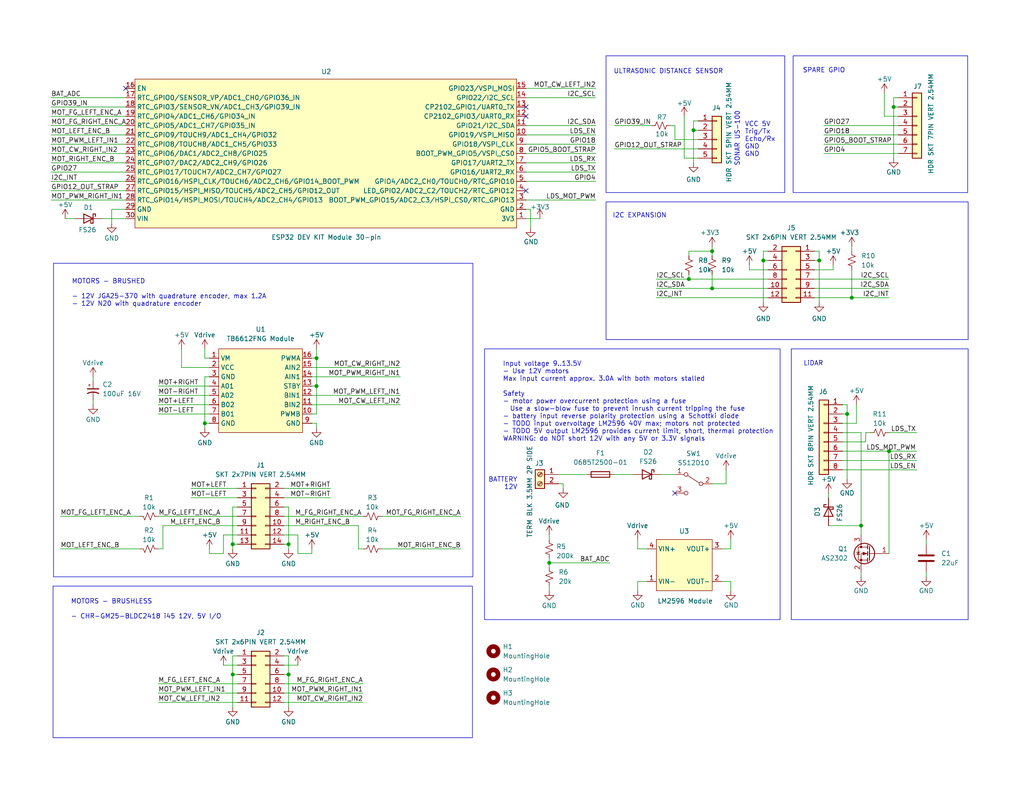
<source format=kicad_sch>
(kicad_sch (version 20230121) (generator eeschema)
  (paper "USLetter")
  (title_block (title "ESP32 Combined") (date "2024-03-29") (rev "0.1.0") (company "makerspet.com"))
  (lib_symbols
    (symbol "Device:C" (pin_numbers hide) (pin_names (offset 0.254))
      (property "Reference" "C" (at 0.635 2.54 0))
      (property "Value" "C" (at 0.635 -2.54 0))
      (symbol "C_1_1"
        (pin passive line (at 0 3.81 270) (length 2.794) (name "~") (number "1"))
        (pin passive line (at 0 -3.81 90) (length 2.794) (name "~") (number "2"))
      )
    )
    (symbol "Device:C_Polarized_Small_US" (pin_numbers hide) (pin_names (offset 0.254) hide)
      (property "Reference" "C" (at 0.254 1.778 0))
      (property "Value" "C_Polarized_Small_US" (at 0.254 -2.032 0))
      (symbol "C_Polarized_Small_US_1_1"
        (pin passive line (at 0 2.54 270) (length 2.032) (name "~") (number "1"))
        (pin passive line (at 0 -2.54 90) (length 2.032) (name "~") (number "2"))
      )
    )
    (symbol "Device:D_Schottky" (pin_numbers hide) (pin_names (offset 1.016) hide)
      (property "Reference" "D" (at 0 2.54 0))
      (property "Value" "D_Schottky" (at 0 -2.54 0))
      (symbol "D_Schottky_1_1"
        (pin passive line (at -3.81 0 0) (length 2.54) (name "K") (number "1"))
        (pin passive line (at 3.81 0 180) (length 2.54) (name "A") (number "2"))
      )
    )
    (symbol "Device:Fuse" (pin_numbers hide) (pin_names (offset 0))
      (property "Reference" "F" (at 2.032 0 90))
      (property "Value" "Fuse" (at -1.905 0 90))
      (symbol "Fuse_1_1"
        (pin passive line (at 0 3.81 270) (length 1.27) (name "~") (number "1"))
        (pin passive line (at 0 -3.81 90) (length 1.27) (name "~") (number "2"))
      )
    )
    (symbol "Device:R_Small_US" (pin_numbers hide) (pin_names (offset 0.254) hide)
      (property "Reference" "R" (at 0.762 0.508 0))
      (property "Value" "R_Small_US" (at 0.762 -1.016 0))
      (symbol "R_Small_US_1_1"
        (pin passive line (at 0 2.54 270) (length 1.016) (name "~") (number "1"))
        (pin passive line (at 0 -2.54 90) (length 1.016) (name "~") (number "2"))
      )
    )
    (symbol "Makerspet:Conn_01x05_Key2" (pin_names (offset 1.016) hide)
      (property "Reference" "J" (at 0 7.62 0))
      (property "Value" "Conn_01x05_Key2" (at 0 -7.62 0))
      (symbol "Conn_01x05_Key2_1_1"
        (pin passive line (at -5.08 5.08 0) (length 3.81) (name "Pin_1") (number "1"))
        (pin passive line (at -5.08 2.54 0) (length 3.81) (name "Pin_2") (number "2"))
        (pin passive line (at -5.08 0 0) (length 3.81) (name "Pin_3") (number "3"))
        (pin passive line (at -5.08 -2.54 0) (length 3.81) (name "Pin_4") (number "4"))
        (pin passive line (at -5.08 -5.08 0) (length 3.81) (name "Pin_5") (number "5"))
      )
    )
    (symbol "Makerspet:Conn_01x07_Key2" (pin_names (offset 1.016) hide)
      (property "Reference" "J" (at 0 10.16 0))
      (property "Value" "Conn_01x07_Key2" (at 0 -10.16 0))
      (symbol "Conn_01x07_Key2_1_1"
        (pin passive line (at -5.08 7.62 0) (length 3.81) (name "Pin_1") (number "1"))
        (pin passive line (at -5.08 5.08 0) (length 3.81) (name "Pin_2") (number "2"))
        (pin passive line (at -5.08 2.54 0) (length 3.81) (name "Pin_3") (number "3"))
        (pin passive line (at -5.08 0 0) (length 3.81) (name "Pin_4") (number "4"))
        (pin passive line (at -5.08 -2.54 0) (length 3.81) (name "Pin_5") (number "5"))
        (pin passive line (at -5.08 -5.08 0) (length 3.81) (name "Pin_6") (number "6"))
        (pin passive line (at -5.08 -7.62 0) (length 3.81) (name "Pin_7") (number "7"))
      )
    )
    (symbol "Makerspet:Conn_01x08_Key2" (pin_names (offset 1.016) hide)
      (property "Reference" "J" (at 0 10.16 0))
      (property "Value" "Conn_01x08_Key2" (at 0 -12.7 0))
      (symbol "Conn_01x08_Key2_1_1"
        (pin passive line (at -5.08 7.62 0) (length 3.81) (name "Pin_1") (number "1"))
        (pin passive line (at -5.08 5.08 0) (length 3.81) (name "Pin_2") (number "2"))
        (pin passive line (at -5.08 2.54 0) (length 3.81) (name "Pin_3") (number "3"))
        (pin passive line (at -5.08 0 0) (length 3.81) (name "Pin_4") (number "4"))
        (pin passive line (at -5.08 -2.54 0) (length 3.81) (name "Pin_5") (number "5"))
        (pin passive line (at -5.08 -5.08 0) (length 3.81) (name "Pin_6") (number "6"))
        (pin passive line (at -5.08 -7.62 0) (length 3.81) (name "Pin_7") (number "7"))
        (pin passive line (at -5.08 -10.16 0) (length 3.81) (name "Pin_8") (number "8"))
      )
    )
    (symbol "Makerspet:Conn_02x06_Odd_Even_Key2" (pin_names (offset 1.016) hide)
      (property "Reference" "J" (at 1.27 7.62 0))
      (property "Value" "Conn_02x06_Odd_Even_Key2" (at 1.27 -10.16 0))
      (symbol "Conn_02x06_Odd_Even_Key2_1_1"
        (pin passive line (at -5.08 5.08 0) (length 3.81) (name "Pin_1") (number "1"))
        (pin passive line (at 7.62 -5.08 180) (length 3.81) (name "Pin_10") (number "10"))
        (pin passive line (at -5.08 -7.62 0) (length 3.81) (name "Pin_11") (number "11"))
        (pin passive line (at 7.62 -7.62 180) (length 3.81) (name "Pin_12") (number "12"))
        (pin passive line (at 7.62 5.08 180) (length 3.81) (name "Pin_2") (number "2"))
        (pin passive line (at -5.08 2.54 0) (length 3.81) (name "Pin_3") (number "3"))
        (pin passive line (at 7.62 2.54 180) (length 3.81) (name "Pin_4") (number "4"))
        (pin passive line (at -5.08 0 0) (length 3.81) (name "Pin_5") (number "5"))
        (pin passive line (at 7.62 0 180) (length 3.81) (name "Pin_6") (number "6"))
        (pin passive line (at -5.08 -2.54 0) (length 3.81) (name "Pin_7") (number "7"))
        (pin passive line (at 7.62 -2.54 180) (length 3.81) (name "Pin_8") (number "8"))
        (pin passive line (at -5.08 -5.08 0) (length 3.81) (name "Pin_9") (number "9"))
      )
    )
    (symbol "Makerspet:Conn_02x06_Odd_Even_Key3" (pin_names (offset 1.016) hide)
      (property "Reference" "J" (at 1.27 7.62 0))
      (property "Value" "Conn_02x06_Odd_Even_Key3" (at 1.27 -10.16 0))
      (symbol "Conn_02x06_Odd_Even_Key3_1_1"
        (pin passive line (at -5.08 5.08 0) (length 3.81) (name "Pin_1") (number "1"))
        (pin passive line (at 7.62 -5.08 180) (length 3.81) (name "Pin_10") (number "10"))
        (pin passive line (at -5.08 -7.62 0) (length 3.81) (name "Pin_11") (number "11"))
        (pin passive line (at 7.62 -7.62 180) (length 3.81) (name "Pin_12") (number "12"))
        (pin passive line (at 7.62 5.08 180) (length 3.81) (name "Pin_2") (number "2"))
        (pin passive line (at -5.08 2.54 0) (length 3.81) (name "Pin_3") (number "3"))
        (pin passive line (at 7.62 2.54 180) (length 3.81) (name "Pin_4") (number "4"))
        (pin passive line (at -5.08 0 0) (length 3.81) (name "Pin_5") (number "5"))
        (pin passive line (at 7.62 0 180) (length 3.81) (name "Pin_6") (number "6"))
        (pin passive line (at -5.08 -2.54 0) (length 3.81) (name "Pin_7") (number "7"))
        (pin passive line (at 7.62 -2.54 180) (length 3.81) (name "Pin_8") (number "8"))
        (pin passive line (at -5.08 -5.08 0) (length 3.81) (name "Pin_9") (number "9"))
      )
    )
    (symbol "Makerspet:Conn_02x07_Odd_Even_Key3" (pin_names (offset 1.016) hide)
      (property "Reference" "J" (at 1.27 10.16 0))
      (property "Value" "Conn_02x07_Odd_Even_Key3" (at 1.27 -10.16 0))
      (symbol "Conn_02x07_Odd_Even_Key3_1_1"
        (pin passive line (at -5.08 7.62 0) (length 3.81) (name "Pin_1") (number "1"))
        (pin passive line (at 7.62 -2.54 180) (length 3.81) (name "Pin_10") (number "10"))
        (pin passive line (at -5.08 -5.08 0) (length 3.81) (name "Pin_11") (number "11"))
        (pin passive line (at 7.62 -5.08 180) (length 3.81) (name "Pin_12") (number "12"))
        (pin passive line (at -5.08 -7.62 0) (length 3.81) (name "Pin_13") (number "13"))
        (pin passive line (at 7.62 -7.62 180) (length 3.81) (name "Pin_14") (number "14"))
        (pin passive line (at 7.62 7.62 180) (length 3.81) (name "Pin_2") (number "2"))
        (pin passive line (at -5.08 5.08 0) (length 3.81) (name "Pin_3") (number "3"))
        (pin passive line (at 7.62 5.08 180) (length 3.81) (name "Pin_4") (number "4"))
        (pin passive line (at -5.08 2.54 0) (length 3.81) (name "Pin_5") (number "5"))
        (pin passive line (at 7.62 2.54 180) (length 3.81) (name "Pin_6") (number "6"))
        (pin passive line (at -5.08 0 0) (length 3.81) (name "Pin_7") (number "7"))
        (pin passive line (at 7.62 0 180) (length 3.81) (name "Pin_8") (number "8"))
        (pin passive line (at -5.08 -2.54 0) (length 3.81) (name "Pin_9") (number "9"))
      )
    )
    (symbol "Makerspet:ESP32-DOIT-V1"
      (property "Reference" "U1" (at -1.27 21.59 0))
      (property "Value" "ESP32 DEV KIT DOIT 30-pin" (at -1.27 24.13 0))
      (symbol "ESP32-DOIT-V1_1_1"
        (pin power_out line (at 53.34 -17.78 180) (length 2.54) (name "3V3") (number "1"))
        (pin bidirectional line (at 53.34 5.08 180) (length 2.54) (name "GPIO19/VSPI_MISO") (number "10"))
        (pin bidirectional line (at 53.34 7.62 180) (length 2.54) (name "GPIO21/I2C_SDA") (number "11"))
        (pin bidirectional line (at 53.34 10.16 180) (length 2.54) (name "CP2102_GPIO3/UART0_RX") (number "12"))
        (pin bidirectional line (at 53.34 12.7 180) (length 2.54) (name "CP2102_GPIO1/UART0_TX") (number "13"))
        (pin bidirectional line (at 53.34 15.24 180) (length 2.54) (name "GPIO22/I2C_SCL") (number "14"))
        (pin bidirectional line (at 53.34 17.78 180) (length 2.54) (name "GPIO23/VSPI_MOSI") (number "15"))
        (pin bidirectional line (at -55.88 17.78 0) (length 2.54) (name "EN") (number "16"))
        (pin bidirectional line (at -55.88 15.24 0) (length 2.54) (name "RTC_GPIO0/SENSOR_VP/ADC1_CH0/GPIO36_IN") (number "17"))
        (pin bidirectional line (at -55.88 12.7 0) (length 2.54) (name "RTC_GPIO3/SENSOR_VN/ADC1_CH3/GPIO39_IN") (number "18"))
        (pin bidirectional line (at -55.88 10.16 0) (length 2.54) (name "RTC_GPIO4/ADC1_CH6/GPIO34_IN") (number "19"))
        (pin passive line (at 53.34 -15.24 180) (length 2.54) (name "GND") (number "2"))
        (pin bidirectional line (at -55.88 7.62 0) (length 2.54) (name "RTC_GPIO5/ADC1_CH7/GPIO35_IN") (number "20"))
        (pin bidirectional line (at -55.88 5.08 0) (length 2.54) (name "RTC_GPIO9/TOUCH9/ADC1_CH4/GPIO32") (number "21"))
        (pin bidirectional line (at -55.88 2.54 0) (length 2.54) (name "RTC_GPIO8/TOUCH8/ADC1_CH5/GPIO33") (number "22"))
        (pin bidirectional line (at -55.88 0 0) (length 2.54) (name "RTC_GPIO6/DAC1/ADC2_CH8/GPIO25") (number "23"))
        (pin bidirectional line (at -55.88 -2.54 0) (length 2.54) (name "RTC_GPIO7/DAC2/ADC2_CH9/GPIO26") (number "24"))
        (pin bidirectional line (at -55.88 -5.08 0) (length 2.54) (name "RTC_GPIO17/TOUCH7/ADC2_CH7/GPIO27") (number "25"))
        (pin bidirectional line (at -55.88 -7.62 0) (length 2.54) (name "RTC_GPIO16/HSPI_CLK/TOUCH6/ADC2_CH6/GPIO14_BOOT_PWM") (number "26"))
        (pin bidirectional line (at -55.88 -10.16 0) (length 2.54) (name "RTC_GPIO15/HSPI_MISO/TOUCH5/ADC2_CH5/GPIO12_OUT") (number "27"))
        (pin bidirectional line (at -55.88 -12.7 0) (length 2.54) (name "RTC_GPIO14/HSPI_MOSI/TOUCH4/ADC2_CH4/GPIO13") (number "28"))
        (pin passive line (at -55.88 -15.24 0) (length 2.54) (name "GND") (number "29"))
        (pin bidirectional line (at 53.34 -12.7 180) (length 2.54) (name "BOOT_PWM_GPIO15/ADC2_C3/HSPI_CS0/RTC_GPIO13") (number "3"))
        (pin power_in line (at -55.88 -17.78 0) (length 2.54) (name "VIN") (number "30"))
        (pin bidirectional line (at 53.34 -10.16 180) (length 2.54) (name "LED_GPIO2/ADC2_C2/TOUCH2/RTC_GPIO12") (number "4"))
        (pin bidirectional line (at 53.34 -7.62 180) (length 2.54) (name "GPIO4/ADC2_CH0/TOUCH0/RTC_GPIO10") (number "5"))
        (pin bidirectional line (at 53.34 -5.08 180) (length 2.54) (name "GPIO16/UART2_RX") (number "6"))
        (pin bidirectional line (at 53.34 -2.54 180) (length 2.54) (name "GPIO17/UART2_TX") (number "7"))
        (pin bidirectional line (at 53.34 0 180) (length 2.54) (name "BOOT_PWM_GPIO5/VSPI_CS0") (number "8"))
        (pin bidirectional line (at 53.34 2.54 180) (length 2.54) (name "GPIO18/VSPI_CLK") (number "9"))
      )
    )
    (symbol "Makerspet:LM2596 Module"
      (property "Reference" "U" (at 0 -1.27 0))
      (symbol "LM2596 Module_1_1"
        (pin passive line (at -10.16 -13.97 0) (length 2.54) (name "VIN-") (number "1"))
        (pin passive line (at 10.16 -13.97 180) (length 2.54) (name "VOUT-") (number "2"))
        (pin power_out line (at 10.16 -5.08 180) (length 2.54) (name "VOUT+") (number "3"))
        (pin power_in line (at -10.16 -5.08 0) (length 2.54) (name "VIN+") (number "4"))
      )
    )
    (symbol "Makerspet:Screw_Terminal_01x02" (pin_names (offset 1.016) hide)
      (property "Reference" "J" (at 0 2.54 0))
      (property "Value" "Screw_Terminal_01x02" (at 0 -5.08 0))
      (symbol "Screw_Terminal_01x02_1_1"
        (pin power_out line (at -5.08 0 0) (length 3.81) (name "Pin_1") (number "1"))
        (pin power_out line (at -5.08 -2.54 0) (length 3.81) (name "Pin_2") (number "2"))
      )
    )
    (symbol "Makerspet:TB6612FNG Module"
      (property "Reference" "U?" (at -1.27 13.97 0))
      (property "Value" "TB6612FNG Module" (at -1.27 16.51 0))
      (symbol "TB6612FNG Module_1_1"
        (pin power_in line (at -13.97 8.89 0) (length 2.54) (name "VM") (number "1"))
        (pin input line (at 13.97 -6.35 180) (length 2.54) (name "PWMB") (number "10"))
        (pin input line (at 13.97 -3.81 180) (length 2.54) (name "BIN2") (number "11"))
        (pin input line (at 13.97 -1.27 180) (length 2.54) (name "BIN1") (number "12"))
        (pin input line (at 13.97 1.27 180) (length 2.54) (name "STBY") (number "13"))
        (pin input line (at 13.97 3.81 180) (length 2.54) (name "AIN1") (number "14"))
        (pin input line (at 13.97 6.35 180) (length 2.54) (name "AIN2") (number "15"))
        (pin input line (at 13.97 8.89 180) (length 2.54) (name "PWMA") (number "16"))
        (pin power_in line (at -13.97 6.35 0) (length 2.54) (name "VCC") (number "2"))
        (pin passive line (at -13.97 3.81 0) (length 2.54) (name "GND") (number "3"))
        (pin passive line (at -13.97 1.27 0) (length 2.54) (name "A01") (number "4"))
        (pin passive line (at -13.97 -1.27 0) (length 2.54) (name "A02") (number "5"))
        (pin bidirectional line (at -13.97 -3.81 0) (length 2.54) (name "B02") (number "6"))
        (pin passive line (at -13.97 -6.35 0) (length 2.54) (name "B01") (number "7"))
        (pin passive line (at -13.97 -8.89 0) (length 2.54) (name "GND") (number "8"))
        (pin passive line (at 13.97 -8.89 180) (length 2.54) (name "GND") (number "9"))
      )
    )
    (symbol "Mechanical:MountingHole" (pin_names (offset 1.016))
      (property "Reference" "H" (at 0 5.08 0))
      (property "Value" "MountingHole" (at 0 3.175 0))
    )
    (symbol "Switch:SW_SPDT" (pin_names (offset 0) hide)
      (property "Reference" "SW" (at 0 4.318 0))
      (property "Value" "SW_SPDT" (at 0 -5.08 0))
      (symbol "SW_SPDT_1_1"
        (pin passive line (at 5.08 2.54 180) (length 2.54) (name "A") (number "1"))
        (pin passive line (at -5.08 0 0) (length 2.54) (name "B") (number "2"))
        (pin passive line (at 5.08 -2.54 180) (length 2.54) (name "C") (number "3"))
      )
    )
    (symbol "Transistor_FET:BSS123" (pin_names hide)
      (property "Reference" "Q" (at 5.08 1.905 0))
      (property "Value" "BSS123" (at 5.08 0 0))
      (symbol "BSS123_1_1"
        (pin input line (at -5.08 0 0) (length 2.54) (name "G") (number "1"))
        (pin passive line (at 2.54 -5.08 90) (length 2.54) (name "S") (number "2"))
        (pin passive line (at 2.54 5.08 270) (length 2.54) (name "D") (number "3"))
      )
    )
    (symbol "power:+3V3" (power) (pin_names (offset 0))
      (property "Value" "+3V3" (at 0 3.556 0))
      (symbol "+3V3_1_1"
        (pin power_in line (at 0 0 90) (length 0) hide (name "+3V3") (number "1"))
      )
    )
    (symbol "power:+5V" (power) (pin_names (offset 0))
      (property "Value" "+5V" (at 0 3.556 0))
      (symbol "+5V_1_1"
        (pin power_in line (at 0 0 90) (length 0) hide (name "+5V") (number "1"))
      )
    )
    (symbol "power:GND" (power) (pin_names (offset 0))
      (property "Value" "GND" (at 0 -3.81 0))
      (symbol "GND_1_1"
        (pin power_in line (at 0 0 270) (length 0) hide (name "GND") (number "1"))
      )
    )
    (symbol "power:Vdrive" (power) (pin_names (offset 0))
      (property "Value" "Vdrive" (at 0 3.81 0))
      (symbol "Vdrive_1_1"
        (pin power_in line (at 0 0 90) (length 0) hide (name "Vdrive") (number "1"))
      )
    )
  )
  (junction (at 223.52 71.12))
  (junction (at 189.23 35.56))
  (junction (at 234.95 143.51))
  (junction (at 86.36 105.41))
  (junction (at 194.31 68.58))
  (junction (at 194.31 78.74))
  (junction (at 149.86 153.67))
  (junction (at 232.41 81.28))
  (junction (at 63.5 148.59))
  (junction (at 231.14 113.03))
  (junction (at 78.74 184.15))
  (junction (at 63.5 184.15))
  (junction (at 86.36 97.79))
  (junction (at 187.96 76.2))
  (junction (at 208.28 71.12))
  (junction (at 55.88 115.57))
  (junction (at 78.74 148.59))
  (junction (at 243.84 29.21))
  (junction (at 242.57 123.19))
  (no_connect (at 34.29 24.13))
  (no_connect (at 143.51 31.75))
  (no_connect (at 143.51 29.21))
  (no_connect (at 143.51 52.07))
  (no_connect (at 184.15 134.62))
  (wire (pts (xy 143.51 39.37) (xy 162.56 39.37)))
  (wire (pts (xy 224.79 41.91) (xy 245.11 41.91)))
  (wire (pts (xy 243.84 26.67) (xy 243.84 29.21)))
  (wire (pts (xy 86.36 115.57) (xy 86.36 116.84)))
  (wire (pts (xy 208.28 68.58) (xy 208.28 71.12)))
  (wire (pts (xy 149.86 146.05) (xy 149.86 147.32)))
  (wire (pts (xy 229.87 110.49) (xy 231.14 110.49)))
  (wire (pts (xy 208.28 71.12) (xy 209.55 71.12)))
  (wire (pts (xy 236.22 118.11) (xy 237.49 118.11)))
  (wire (pts (xy 27.94 59.69) (xy 34.29 59.69)))
  (wire (pts (xy 229.87 115.57) (xy 233.68 115.57)))
  (wire (pts (xy 144.78 57.15) (xy 144.78 62.23)))
  (wire (pts (xy 143.51 49.53) (xy 162.56 49.53)))
  (wire (pts (xy 229.87 123.19) (xy 242.57 123.19)))
  (wire (pts (xy 85.09 151.13) (xy 85.09 149.86)))
  (wire (pts (xy 85.09 102.87) (xy 109.22 102.87)))
  (wire (pts (xy 173.99 149.86) (xy 176.53 149.86)))
  (wire (pts (xy 78.74 148.59) (xy 77.47 148.59)))
  (wire (pts (xy 77.47 133.35) (xy 90.17 133.35)))
  (wire (pts (xy 85.09 115.57) (xy 86.36 115.57)))
  (wire (pts (xy 78.74 138.43) (xy 78.74 148.59)))
  (wire (pts (xy 149.86 153.67) (xy 149.86 154.94)))
  (wire (pts (xy 234.95 156.21) (xy 234.95 157.48)))
  (wire (pts (xy 232.41 67.31) (xy 232.41 68.58)))
  (wire (pts (xy 99.06 186.69) (xy 77.47 186.69)))
  (wire (pts (xy 63.5 148.59) (xy 64.77 148.59)))
  (wire (pts (xy 99.06 189.23) (xy 77.47 189.23)))
  (wire (pts (xy 229.87 128.27) (xy 250.19 128.27)))
  (wire (pts (xy 43.18 189.23) (xy 64.77 189.23)))
  (wire (pts (xy 63.5 179.07) (xy 63.5 184.15)))
  (wire (pts (xy 231.14 110.49) (xy 231.14 113.03)))
  (wire (pts (xy 179.07 78.74) (xy 194.31 78.74)))
  (wire (pts (xy 149.86 160.02) (xy 149.86 161.29)))
  (wire (pts (xy 143.51 26.67) (xy 162.56 26.67)))
  (wire (pts (xy 222.25 81.28) (xy 232.41 81.28)))
  (wire (pts (xy 184.15 38.1) (xy 190.5 38.1)))
  (wire (pts (xy 13.97 41.91) (xy 34.29 41.91)))
  (wire (pts (xy 86.36 95.25) (xy 86.36 97.79)))
  (wire (pts (xy 204.47 72.39) (xy 204.47 73.66)))
  (wire (pts (xy 143.51 44.45) (xy 162.56 44.45)))
  (wire (pts (xy 198.12 128.27) (xy 198.12 132.08)))
  (wire (pts (xy 222.25 78.74) (xy 242.57 78.74)))
  (wire (pts (xy 167.64 34.29) (xy 177.8 34.29)))
  (wire (pts (xy 153.67 132.08) (xy 153.67 133.35)))
  (wire (pts (xy 13.97 31.75) (xy 34.29 31.75)))
  (wire (pts (xy 16.51 149.86) (xy 38.1 149.86)))
  (wire (pts (xy 55.88 102.87) (xy 55.88 115.57)))
  (wire (pts (xy 63.5 138.43) (xy 64.77 138.43)))
  (wire (pts (xy 63.5 184.15) (xy 64.77 184.15)))
  (wire (pts (xy 85.09 110.49) (xy 109.22 110.49)))
  (wire (pts (xy 252.73 147.32) (xy 252.73 148.59)))
  (wire (pts (xy 190.5 33.02) (xy 189.23 33.02)))
  (wire (pts (xy 227.33 72.39) (xy 227.33 73.66)))
  (wire (pts (xy 234.95 118.11) (xy 234.95 143.51)))
  (wire (pts (xy 242.57 123.19) (xy 242.57 151.13)))
  (wire (pts (xy 63.5 149.86) (xy 63.5 148.59)))
  (wire (pts (xy 86.36 105.41) (xy 86.36 97.79)))
  (wire (pts (xy 43.18 191.77) (xy 64.77 191.77)))
  (wire (pts (xy 44.45 143.51) (xy 64.77 143.51)))
  (wire (pts (xy 173.99 158.75) (xy 176.53 158.75)))
  (wire (pts (xy 241.3 25.4) (xy 241.3 31.75)))
  (wire (pts (xy 152.4 132.08) (xy 153.67 132.08)))
  (wire (pts (xy 229.87 125.73) (xy 250.19 125.73)))
  (wire (pts (xy 149.86 152.4) (xy 149.86 153.67)))
  (wire (pts (xy 187.96 76.2) (xy 209.55 76.2)))
  (wire (pts (xy 143.51 46.99) (xy 162.56 46.99)))
  (wire (pts (xy 194.31 74.93) (xy 194.31 78.74)))
  (wire (pts (xy 189.23 35.56) (xy 189.23 44.45)))
  (wire (pts (xy 173.99 161.29) (xy 173.99 158.75)))
  (wire (pts (xy 229.87 120.65) (xy 236.22 120.65)))
  (wire (pts (xy 43.18 113.03) (xy 57.15 113.03)))
  (wire (pts (xy 57.15 151.13) (xy 57.15 149.86)))
  (wire (pts (xy 13.97 36.83) (xy 34.29 36.83)))
  (wire (pts (xy 199.39 161.29) (xy 199.39 158.75)))
  (wire (pts (xy 190.5 43.18) (xy 186.69 43.18)))
  (wire (pts (xy 245.11 26.67) (xy 243.84 26.67)))
  (wire (pts (xy 34.29 57.15) (xy 30.48 57.15)))
  (wire (pts (xy 231.14 130.81) (xy 231.14 113.03)))
  (wire (pts (xy 57.15 102.87) (xy 55.88 102.87)))
  (wire (pts (xy 13.97 34.29) (xy 34.29 34.29)))
  (wire (pts (xy 52.07 133.35) (xy 64.77 133.35)))
  (wire (pts (xy 13.97 52.07) (xy 34.29 52.07)))
  (wire (pts (xy 209.55 68.58) (xy 208.28 68.58)))
  (wire (pts (xy 43.18 186.69) (xy 64.77 186.69)))
  (wire (pts (xy 223.52 68.58) (xy 223.52 71.12)))
  (wire (pts (xy 25.4 102.87) (xy 25.4 104.14)))
  (wire (pts (xy 97.79 143.51) (xy 97.79 149.86)))
  (wire (pts (xy 179.07 76.2) (xy 187.96 76.2)))
  (wire (pts (xy 77.47 143.51) (xy 97.79 143.51)))
  (wire (pts (xy 57.15 97.79) (xy 55.88 97.79)))
  (wire (pts (xy 43.18 110.49) (xy 57.15 110.49)))
  (wire (pts (xy 209.55 73.66) (xy 204.47 73.66)))
  (wire (pts (xy 189.23 35.56) (xy 190.5 35.56)))
  (wire (pts (xy 55.88 115.57) (xy 55.88 116.84)))
  (wire (pts (xy 194.31 78.74) (xy 209.55 78.74)))
  (wire (pts (xy 85.09 113.03) (xy 86.36 113.03)))
  (wire (pts (xy 81.28 151.13) (xy 85.09 151.13)))
  (wire (pts (xy 194.31 67.31) (xy 194.31 68.58)))
  (wire (pts (xy 77.47 138.43) (xy 78.74 138.43)))
  (wire (pts (xy 236.22 120.65) (xy 236.22 118.11)))
  (wire (pts (xy 232.41 81.28) (xy 242.57 81.28)))
  (wire (pts (xy 189.23 33.02) (xy 189.23 35.56)))
  (wire (pts (xy 143.51 41.91) (xy 162.56 41.91)))
  (wire (pts (xy 77.47 146.05) (xy 81.28 146.05)))
  (wire (pts (xy 43.18 107.95) (xy 57.15 107.95)))
  (wire (pts (xy 184.15 34.29) (xy 184.15 38.1)))
  (wire (pts (xy 243.84 29.21) (xy 245.11 29.21)))
  (wire (pts (xy 229.87 118.11) (xy 234.95 118.11)))
  (wire (pts (xy 63.5 184.15) (xy 63.5 193.04)))
  (wire (pts (xy 143.51 36.83) (xy 162.56 36.83)))
  (wire (pts (xy 143.51 54.61) (xy 162.56 54.61)))
  (wire (pts (xy 55.88 97.79) (xy 55.88 95.25)))
  (wire (pts (xy 232.41 73.66) (xy 232.41 81.28)))
  (wire (pts (xy 81.28 146.05) (xy 81.28 151.13)))
  (wire (pts (xy 186.69 43.18) (xy 186.69 31.75)))
  (wire (pts (xy 187.96 69.85) (xy 187.96 68.58)))
  (wire (pts (xy 222.25 71.12) (xy 223.52 71.12)))
  (wire (pts (xy 77.47 179.07) (xy 78.74 179.07)))
  (wire (pts (xy 85.09 107.95) (xy 109.22 107.95)))
  (wire (pts (xy 194.31 68.58) (xy 194.31 69.85)))
  (wire (pts (xy 25.4 109.22) (xy 25.4 110.49)))
  (wire (pts (xy 208.28 71.12) (xy 208.28 82.55)))
  (wire (pts (xy 86.36 113.03) (xy 86.36 105.41)))
  (wire (pts (xy 77.47 184.15) (xy 78.74 184.15)))
  (wire (pts (xy 55.88 115.57) (xy 57.15 115.57)))
  (wire (pts (xy 43.18 105.41) (xy 57.15 105.41)))
  (wire (pts (xy 64.77 179.07) (xy 63.5 179.07)))
  (wire (pts (xy 13.97 54.61) (xy 34.29 54.61)))
  (wire (pts (xy 81.28 181.61) (xy 77.47 181.61)))
  (wire (pts (xy 167.64 129.54) (xy 172.72 129.54)))
  (wire (pts (xy 167.64 40.64) (xy 190.5 40.64)))
  (wire (pts (xy 231.14 113.03) (xy 229.87 113.03)))
  (wire (pts (xy 57.15 100.33) (xy 49.53 100.33)))
  (wire (pts (xy 86.36 97.79) (xy 85.09 97.79)))
  (wire (pts (xy 180.34 129.54) (xy 184.15 129.54)))
  (wire (pts (xy 242.57 118.11) (xy 250.19 118.11)))
  (wire (pts (xy 143.51 24.13) (xy 162.56 24.13)))
  (wire (pts (xy 222.25 68.58) (xy 223.52 68.58)))
  (wire (pts (xy 60.96 181.61) (xy 64.77 181.61)))
  (wire (pts (xy 52.07 135.89) (xy 64.77 135.89)))
  (wire (pts (xy 179.07 81.28) (xy 209.55 81.28)))
  (wire (pts (xy 182.88 34.29) (xy 184.15 34.29)))
  (wire (pts (xy 77.47 135.89) (xy 90.17 135.89)))
  (wire (pts (xy 13.97 46.99) (xy 34.29 46.99)))
  (wire (pts (xy 196.85 149.86) (xy 199.39 149.86)))
  (wire (pts (xy 233.68 115.57) (xy 233.68 110.49)))
  (wire (pts (xy 243.84 29.21) (xy 243.84 43.18)))
  (wire (pts (xy 143.51 57.15) (xy 144.78 57.15)))
  (wire (pts (xy 242.57 123.19) (xy 250.19 123.19)))
  (wire (pts (xy 77.47 140.97) (xy 99.06 140.97)))
  (wire (pts (xy 196.85 158.75) (xy 199.39 158.75)))
  (wire (pts (xy 143.51 34.29) (xy 162.56 34.29)))
  (wire (pts (xy 224.79 36.83) (xy 245.11 36.83)))
  (wire (pts (xy 78.74 149.86) (xy 78.74 148.59)))
  (wire (pts (xy 13.97 39.37) (xy 34.29 39.37)))
  (wire (pts (xy 97.79 149.86) (xy 99.06 149.86)))
  (wire (pts (xy 226.06 143.51) (xy 234.95 143.51)))
  (wire (pts (xy 152.4 129.54) (xy 160.02 129.54)))
  (wire (pts (xy 17.78 59.69) (xy 20.32 59.69)))
  (wire (pts (xy 226.06 134.62) (xy 226.06 135.89)))
  (wire (pts (xy 60.96 151.13) (xy 57.15 151.13)))
  (wire (pts (xy 173.99 147.32) (xy 173.99 149.86)))
  (wire (pts (xy 99.06 191.77) (xy 77.47 191.77)))
  (wire (pts (xy 13.97 26.67) (xy 34.29 26.67)))
  (wire (pts (xy 187.96 68.58) (xy 194.31 68.58)))
  (wire (pts (xy 64.77 146.05) (xy 60.96 146.05)))
  (wire (pts (xy 223.52 71.12) (xy 223.52 82.55)))
  (wire (pts (xy 13.97 29.21) (xy 34.29 29.21)))
  (wire (pts (xy 104.14 149.86) (xy 125.73 149.86)))
  (wire (pts (xy 241.3 31.75) (xy 245.11 31.75)))
  (wire (pts (xy 104.14 140.97) (xy 125.73 140.97)))
  (wire (pts (xy 222.25 73.66) (xy 227.33 73.66)))
  (wire (pts (xy 85.09 100.33) (xy 109.22 100.33)))
  (wire (pts (xy 149.86 153.67) (xy 166.37 153.67)))
  (wire (pts (xy 252.73 156.21) (xy 252.73 157.48)))
  (wire (pts (xy 85.09 105.41) (xy 86.36 105.41)))
  (wire (pts (xy 224.79 39.37) (xy 245.11 39.37)))
  (wire (pts (xy 43.18 140.97) (xy 64.77 140.97)))
  (wire (pts (xy 78.74 184.15) (xy 78.74 193.04)))
  (wire (pts (xy 234.95 143.51) (xy 234.95 146.05)))
  (wire (pts (xy 49.53 100.33) (xy 49.53 95.25)))
  (wire (pts (xy 198.12 132.08) (xy 194.31 132.08)))
  (wire (pts (xy 224.79 34.29) (xy 245.11 34.29)))
  (wire (pts (xy 63.5 148.59) (xy 63.5 138.43)))
  (wire (pts (xy 44.45 143.51) (xy 44.45 149.86)))
  (wire (pts (xy 78.74 179.07) (xy 78.74 184.15)))
  (wire (pts (xy 60.96 146.05) (xy 60.96 151.13)))
  (wire (pts (xy 222.25 76.2) (xy 242.57 76.2)))
  (wire (pts (xy 30.48 57.15) (xy 30.48 60.96)))
  (wire (pts (xy 143.51 59.69) (xy 147.32 59.69)))
  (wire (pts (xy 13.97 49.53) (xy 34.29 49.53)))
  (wire (pts (xy 44.45 149.86) (xy 43.18 149.86)))
  (wire (pts (xy 13.97 44.45) (xy 34.29 44.45)))
  (wire (pts (xy 199.39 147.32) (xy 199.39 149.86)))
  (wire (pts (xy 187.96 74.93) (xy 187.96 76.2)))
  (wire (pts (xy 38.1 140.97) (xy 16.51 140.97)))
  (rectangle (start 14.478 160.02) (end 128.905 201.422))
  (rectangle (start 14.605 71.882) (end 129.032 157.48))
  (rectangle (start 165.354 55.118) (end 264.16 92.71))
  (rectangle (start 215.9 95.25) (end 264.16 169.164))
  (rectangle (start 132.207 95.25) (end 212.852 169.164))
  (rectangle (start 165.354 15.24) (end 214.122 52.578))
  (rectangle (start 216.408 15.24) (end 264.033 52.578))
  (text "SONAR US-100" (at 201.93 45.466 90) (effects (font (size 1.27 1.27)) (justify left bottom)))
  (text "VCC 5V\nTrig/Tx\nEcho/Rx\nGND\nGND\n" (at 203.2 42.926 0) (effects (font (size 1.27 1.27)) (justify left bottom)))
  (text "SPARE GPIO" (at 230.632 20.066 0) (effects (font (size 1.27 1.27)) (justify right bottom)))
  (text "MOTORS - BRUSHED\n\n- 12V JGA25-370 with quadrature encoder, max 1.2A\n- 12V N20 with quadrature encoder" (at 19.558 83.82 0) (effects (font (size 1.27 1.27)) (justify left bottom)))
  (text "ULTRASONIC DISTANCE SENSOR" (at 197.358 20.32 0) (effects (font (size 1.27 1.27)) (justify right bottom)))
  (text "I2C EXPANSION" (at 167.132 59.69 0) (effects (font (size 1.27 1.27)) (justify left bottom)))
  (text "Input voltage 9..13.5V\n- Use 12V motors\nMax input current approx. 3.0A with both motors stalled\n\nSafety\n- motor power overcurrent protection using a fuse\n  Use a slow-blow fuse to prevent inrush current tripping the fuse\n- battery input reverse polarity protection using a Schottki diode\n- TODO input overvoltage LM2596 40V max; motors not protected\n- TODO 5V output LM2596 provides current limit, short, thermal protection\nWARNING: do NOT short 12V with any 5V or 3.3V signals" (at 137.16 120.65 0) (effects (font (size 1.27 1.27)) (justify left bottom)))
  (text "MOTORS - BRUSHLESS\n\n- CHR-GM25-BLDC2418 i45 12V, 5V I/O" (at 19.304 169.164 0) (effects (font (size 1.27 1.27)) (justify left bottom)))
  (text "BATTERY\n12V" (at 141.224 133.858 0) (effects (font (size 1.27 1.27)) (justify right bottom)))
  (text "LiDAR" (at 219.202 100.076 0) (effects (font (size 1.27 1.27)) (justify left bottom)))
  (label "M_LEFT_ENC_B" (at 60.198 143.51 180))
  (label "MOT_FG_LEFT_ENC_A" (at 13.97 31.75 0))
  (label "MOT_RIGHT_ENC_B" (at 13.97 44.45 0))
  (label "MOT_FG_LEFT_ENC_A" (at 16.51 140.97 0))
  (label "GPIO12_OUT_STRAP" (at 167.64 40.64 0))
  (label "LDS_RX" (at 162.56 44.45 180))
  (label "BAT_ADC" (at 13.97 26.67 0))
  (label "M_FG_RIGHT_ENC_A" (at 80.518 140.97 0))
  (label "GPIO5_BOOT_STRAP" (at 162.56 41.91 180))
  (label "GPIO39_IN" (at 167.64 34.29 0))
  (label "MOT+LEFT" (at 43.18 110.49 0))
  (label "GPIO18" (at 162.56 39.37 180))
  (label "LDS_TX" (at 162.56 46.99 180))
  (label "MOT_CW_LEFT_IN2" (at 162.56 24.13 180))
  (label "MOT+LEFT" (at 52.07 133.35 0))
  (label "LDS_TX" (at 249.936 118.11 180))
  (label "I2C_SDA" (at 242.57 78.74 180))
  (label "MOT_PWM_RIGHT_IN1" (at 109.22 102.87 180))
  (label "MOT_LEFT_ENC_B" (at 16.51 149.86 0))
  (label "I2C_SDA" (at 162.56 34.29 180))
  (label "MOT-RIGHT" (at 90.17 135.89 180))
  (label "MOT-LEFT" (at 43.18 113.03 0))
  (label "BAT_ADC" (at 166.37 153.67 180))
  (label "M_FG_LEFT_ENC_A" (at 60.198 140.97 180))
  (label "MOT_RIGHT_ENC_B" (at 125.73 149.86 180))
  (label "LDS_EN" (at 249.936 128.27 180))
  (label "MOT-RIGHT" (at 43.18 107.95 0))
  (label "M_RIGHT_ENC_B" (at 80.518 143.51 0))
  (label "MOT_PWM_LEFT_IN1" (at 13.97 39.37 0))
  (label "MOT_CW_LEFT_IN2" (at 109.22 110.49 180))
  (label "LDS_EN" (at 162.56 36.83 180))
  (label "MOT+RIGHT" (at 43.18 105.41 0))
  (label "I2C_SCL" (at 242.57 76.2 180))
  (label "I2C_INT" (at 242.57 81.28 180))
  (label "MOT_FG_RIGHT_ENC_A" (at 125.73 140.97 180))
  (label "M_FG_LEFT_ENC_A" (at 43.18 186.69 0))
  (label "MOT_LEFT_ENC_B" (at 13.97 36.83 0))
  (label "M_FG_RIGHT_ENC_A" (at 99.06 186.69 180))
  (label "GPIO27" (at 13.97 46.99 0))
  (label "MOT_CW_RIGHT_IN2" (at 13.97 41.91 0))
  (label "MOT_PWM_LEFT_IN1" (at 43.18 189.23 0))
  (label "I2C_SDA" (at 179.07 78.74 0))
  (label "MOT_CW_RIGHT_IN2" (at 99.06 191.77 180))
  (label "MOT_CW_LEFT_IN2" (at 43.18 191.77 0))
  (label "GPIO18" (at 224.79 36.83 0))
  (label "GPIO27" (at 224.79 34.29 0))
  (label "I2C_INT" (at 179.07 81.28 0))
  (label "MOT_PWM_RIGHT_IN1" (at 13.97 54.61 0))
  (label "LDS_MOT_PWM" (at 162.56 54.61 180))
  (label "GPIO5_BOOT_STRAP" (at 224.79 39.37 0))
  (label "MOT_FG_RIGHT_ENC_A" (at 13.97 34.29 0))
  (label "GPIO39_IN" (at 13.97 29.21 0))
  (label "MOT_CW_RIGHT_IN2" (at 109.22 100.33 180))
  (label "MOT_PWM_LEFT_IN1" (at 109.22 107.95 180))
  (label "I2C_SCL" (at 162.56 26.67 180))
  (label "LDS_RX" (at 249.936 125.73 180))
  (label "I2C_SCL" (at 179.07 76.2 0))
  (label "MOT-LEFT" (at 52.07 135.89 0))
  (label "MOT+RIGHT" (at 90.17 133.35 180))
  (label "GPIO4" (at 224.79 41.91 0))
  (label "LDS_MOT_PWM" (at 249.936 123.19 180))
  (label "GPIO4" (at 162.56 49.53 180))
  (label "I2C_INT" (at 13.97 49.53 0))
  (label "MOT_PWM_RIGHT_IN1" (at 99.06 189.23 180))
  (label "GPIO12_OUT_STRAP" (at 13.97 52.07 0))
  (symbol (lib_id "power:+5V") (at 226.06 134.62 0) (unit 1)
    (property "Reference" "#PWR032" (effects hide))
    (property "Value" "+5V" (at 226.06 130.81 0))
  )
  (symbol (lib_id "power:GND") (at 55.88 116.84 0) (unit 1)
    (property "Reference" "#PWR05" (effects hide))
    (property "Value" "GND" (at 55.88 120.904 0))
  )
  (symbol (lib_id "power:GND") (at 173.99 161.29 0) (unit 1)
    (property "Reference" "#PWR022" (effects hide))
    (property "Value" "GND" (at 173.99 165.227 0))
  )
  (symbol (lib_id "power:+3V3") (at 147.32 59.69 0) (unit 1)
    (property "Reference" "#PWR017" (effects hide))
    (property "Value" "+3V3" (at 147.32 56.515 0))
  )
  (symbol (lib_id "power:+5V") (at 233.68 110.49 0) (unit 1)
    (property "Reference" "#PWR036" (effects hide))
    (property "Value" "+5V" (at 233.68 106.68 0))
  )
  (symbol (lib_id "power:GND") (at 144.78 62.23 0) (unit 1)
    (property "Reference" "#PWR016" (effects hide))
    (property "Value" "GND" (at 144.907 66.04 0))
  )
  (symbol (lib_id "Device:D_Schottky") (at 24.13 59.69 0) (mirror y) (unit 1)
    (property "Reference" "D1" (at 24.13 56.642 0))
    (property "Value" "FS26" (at 23.876 62.738 0))
    (property "Footprint" "Diode_SMD:D_SOD-123F" (effects hide))
    (property "Datasheet" "https://www.digikey.com/en/products/detail/good-ark-semiconductor/FS26/18667798" (effects hide))
  )
  (symbol (lib_id "power:+5V") (at 241.3 25.4 0) (unit 1)
    (property "Reference" "#PWR038" (effects hide))
    (property "Value" "+5V" (at 241.3 21.59 0))
  )
  (symbol (lib_id "power:Vdrive") (at 81.28 181.61 0) (unit 1)
    (property "Reference" "#PWR012" (effects hide))
    (property "Value" "Vdrive" (at 81.28 177.8 0))
  )
  (symbol (lib_id "power:Vdrive") (at 55.88 95.25 0) (unit 1)
    (property "Reference" "#PWR04" (effects hide))
    (property "Value" "Vdrive" (at 55.88 91.44 0))
  )
  (symbol (lib_id "Switch:SW_SPDT") (at 189.23 132.08 0) (mirror y) (unit 1)
    (property "Reference" "SW1" (at 189.23 123.825 0))
    (property "Value" "SS12D10" (at 189.23 126.365 0))
    (property "Footprint" "Makerspet:SWITCH" (effects hide))
    (property "Datasheet" "https://www.aliexpress.us/item/3256803752541650.html" (effects hide))
  )
  (symbol (lib_id "Device:Fuse") (at 163.83 129.54 90) (unit 1)
    (property "Reference" "F1" (at 163.83 123.698 90))
    (property "Value" "0685T2500-01" (at 163.83 126.238 90))
    (property "Footprint" "Fuse:Fuse_1206_3216Metric" (effects hide))
    (property "Datasheet" "https://www.belfuse.com/resources/datasheets/circuitprotection/ds-cp-c1t-series.pdf" (effects hide))
  )
  (symbol (lib_id "power:+3V3") (at 194.31 67.31 0) (unit 1)
    (property "Reference" "#PWR025" (effects hide))
    (property "Value" "+3V3" (at 193.675 63.5 0))
  )
  (symbol (lib_id "Mechanical:MountingHole") (at 134.62 184.15 0) (unit 1) (in_bom no)
    (property "Reference" "H2" (at 137.16 182.88 0) (effects (justify left)))
    (property "Value" "MountingHole" (at 137.16 185.42 0) (effects (justify left)))
    (property "Footprint" "MountingHole:MountingHole_3.2mm_M3" (effects hide))
  )
  (symbol (lib_id "power:Vdrive") (at 25.4 102.87 0) (unit 1)
    (property "Reference" "#PWR043" (effects hide))
    (property "Value" "Vdrive" (at 25.4 99.06 0))
  )
  (symbol (lib_id "power:+3V3") (at 232.41 67.31 0) (unit 1)
    (property "Reference" "#PWR035" (effects hide))
    (property "Value" "+3V3" (at 231.775 63.5 0))
  )
  (symbol (lib_id "power:GND") (at 86.36 116.84 0) (unit 1)
    (property "Reference" "#PWR015" (effects hide))
    (property "Value" "GND" (at 86.36 120.904 0))
  )
  (symbol (lib_id "power:+5V") (at 85.09 149.86 0) (unit 1)
    (property "Reference" "#PWR013" (effects hide))
    (property "Value" "+5V" (at 85.09 146.05 0))
  )
  (symbol (lib_id "Makerspet:Conn_01x05_Key2") (at 195.58 38.1 0) (unit 1)
    (property "Reference" "J4" (at 194.31 29.464 0) (effects (justify left)))
    (property "Value" "HDR SKT 5PIN VERT 2.54MM" (at 198.882 49.784 90) (effects (justify left)))
    (property "Footprint" "Connector_PinSocket_2.54mm:PinSocket_1x05_P2.54mm_Vertical" (effects hide))
  )
  (symbol (lib_id "power:+5V") (at 186.69 31.75 0) (unit 1)
    (property "Reference" "#PWR023" (effects hide))
    (property "Value" "+5V" (at 186.69 28.194 0))
  )
  (symbol (lib_id "Device:R_Small_US") (at 187.96 72.39 0) (unit 1)
    (property "Reference" "R8" (at 190.5 71.12 0) (effects (justify left)))
    (property "Value" "10k" (at 190.5 73.66 0) (effects (justify left)))
    (property "Footprint" "Resistor_SMD:R_0603_1608Metric" (effects hide))
  )
  (symbol (lib_id "Device:D_Schottky") (at 226.06 139.7 90) (mirror x) (unit 1)
    (property "Reference" "D3" (at 223.012 139.7 0))
    (property "Value" "FS26" (at 229.108 139.954 0))
    (property "Footprint" "Diode_SMD:D_SOD-123F" (effects hide))
    (property "Datasheet" "https://www.digikey.com/en/products/detail/good-ark-semiconductor/FS26/18667798" (effects hide))
  )
  (symbol (lib_id "power:GND") (at 149.86 161.29 0) (unit 1)
    (property "Reference" "#PWR019" (effects hide))
    (property "Value" "GND" (at 149.86 165.354 0))
  )
  (symbol (lib_id "Makerspet:Conn_02x06_Odd_Even_Key2") (at 217.17 73.66 0) (mirror y) (unit 1)
    (property "Reference" "J5" (at 215.9 62.23 0))
    (property "Value" "SKT 2x6PIN VERT 2.54MM" (at 215.9 64.77 0))
    (property "Footprint" "Connector_PinSocket_2.54mm:PinSocket_2x06_P2.54mm_Vertical" (effects hide))
  )
  (symbol (lib_id "power:GND") (at 208.28 82.55 0) (unit 1)
    (property "Reference" "#PWR030" (effects hide))
    (property "Value" "GND" (at 208.28 86.995 0))
  )
  (symbol (lib_id "Device:R_Small_US") (at 101.6 140.97 270) (unit 1)
    (property "Reference" "R3" (at 101.6 135.897 90))
    (property "Value" "10k" (at 101.6 138.437 90))
    (property "Footprint" "Resistor_SMD:R_0603_1608Metric" (effects hide))
  )
  (symbol (lib_id "power:GND") (at 231.14 130.81 0) (unit 1)
    (property "Reference" "#PWR034" (effects hide))
    (property "Value" "GND" (at 231.14 134.62 0))
  )
  (symbol (lib_id "power:+5V") (at 86.36 95.25 0) (unit 1)
    (property "Reference" "#PWR014" (effects hide))
    (property "Value" "+5V" (at 86.36 91.44 0))
  )
  (symbol (lib_id "Transistor_FET:BSS123") (at 237.49 151.13 0) (mirror y) (unit 1)
    (property "Reference" "Q1" (at 231.394 149.86 0) (effects (justify left)))
    (property "Value" "AS2302" (at 231.394 152.4 0) (effects (justify left)))
    (property "Footprint" "Package_TO_SOT_SMD:SOT-23" (effects hide))
    (property "Datasheet" "https://www.digikey.com/en/products/detail/anbon-semiconductor-int-l-limited/AS2302/16708469" (effects hide))
  )
  (symbol (lib_id "Mechanical:MountingHole") (at 134.62 190.5 0) (unit 1) (in_bom no)
    (property "Reference" "H3" (at 137.16 189.23 0) (effects (justify left)))
    (property "Value" "MountingHole" (at 137.16 191.77 0) (effects (justify left)))
    (property "Footprint" "MountingHole:MountingHole_3.2mm_M3" (effects hide))
  )
  (symbol (lib_id "power:GND") (at 63.5 149.86 0) (mirror y) (unit 1)
    (property "Reference" "#PWR08" (effects hide))
    (property "Value" "GND" (at 63.5 153.924 0))
  )
  (symbol (lib_id "Makerspet:Conn_01x07_Key2") (at 250.19 34.29 0) (unit 1)
    (property "Reference" "J7" (at 249.174 23.622 0) (effects (justify left)))
    (property "Value" "HDR SKT 7PIN VERT 2.54MM" (at 254 47.498 90) (effects (justify left)))
    (property "Footprint" "Connector_PinSocket_2.54mm:PinSocket_1x07_P2.54mm_Vertical" (effects hide))
  )
  (symbol (lib_id "Makerspet:LM2596 Module") (at 186.69 144.78 0) (unit 1)
    (property "Reference" "U3" (at 186.69 145.034 0))
    (property "Value" "LM2596 Module" (at 186.944 164.084 0))
    (property "Footprint" "Makerspet:LM2596 Module SMD" (effects hide))
    (property "Link" "https://www.amazon.com/Zixtec-LM2596-Converter-Module-1-25V-30V/dp/B07VVXF7YX/" (effects hide))
  )
  (symbol (lib_id "power:GND") (at 223.52 82.55 0) (mirror y) (unit 1)
    (property "Reference" "#PWR031" (effects hide))
    (property "Value" "GND" (at 223.52 86.995 0))
  )
  (symbol (lib_id "Device:R_Small_US") (at 240.03 118.11 270) (unit 1)
    (property "Reference" "R11" (at 240.03 113.037 90))
    (property "Value" "10k" (at 240.03 115.577 90))
    (property "Footprint" "Resistor_SMD:R_0603_1608Metric" (effects hide))
  )
  (symbol (lib_id "Makerspet:ESP32-DOIT-V1") (at 90.17 41.91 0) (unit 1)
    (property "Reference" "U2" (at 89.027 19.558 0))
    (property "Value" "ESP32 DEV KIT Module 30-pin" (at 89.027 64.77 0))
    (property "Footprint" "Makerspet:ESP-32" (effects hide))
  )
  (symbol (lib_id "Device:R_Small_US") (at 149.86 157.48 180) (unit 1)
    (property "Reference" "R6" (at 152.4 156.21 0) (effects (justify right)))
    (property "Value" "20k" (at 152.4 158.75 0) (effects (justify right)))
    (property "Footprint" "Resistor_SMD:R_0603_1608Metric" (effects hide))
  )
  (symbol (lib_id "power:Vdrive") (at 173.99 147.32 0) (unit 1)
    (property "Reference" "#PWR021" (effects hide))
    (property "Value" "Vdrive" (at 173.99 143.51 0))
  )
  (symbol (lib_id "Mechanical:MountingHole") (at 134.62 177.8 0) (unit 1) (in_bom no)
    (property "Reference" "H1" (at 137.16 176.53 0) (effects (justify left)))
    (property "Value" "MountingHole" (at 137.16 179.07 0) (effects (justify left)))
    (property "Footprint" "MountingHole:MountingHole_3.2mm_M3" (effects hide))
  )
  (symbol (lib_id "power:+5V") (at 17.78 59.69 0) (unit 1)
    (property "Reference" "#PWR01" (effects hide))
    (property "Value" "+5V" (at 17.78 55.88 0))
  )
  (symbol (lib_id "Device:R_Small_US") (at 40.64 149.86 90) (mirror x) (unit 1)
    (property "Reference" "R2" (at 40.64 144.787 90))
    (property "Value" "10k" (at 40.64 147.327 90))
    (property "Footprint" "Resistor_SMD:R_0603_1608Metric" (effects hide))
  )
  (symbol (lib_id "Makerspet:Conn_02x07_Odd_Even_Key3") (at 69.85 140.97 0) (unit 1)
    (property "Reference" "J1" (at 71.12 127 0))
    (property "Value" "SKT 2x7PIN VERT 2.54MM" (at 71.12 129.54 0))
    (property "Footprint" "Connector_PinSocket_2.54mm:PinSocket_2x07_P2.54mm_Vertical" (effects hide))
  )
  (symbol (lib_id "Device:D_Schottky") (at 176.53 129.54 0) (mirror y) (unit 1)
    (property "Reference" "D2" (at 176.8475 123.444 0))
    (property "Value" "FS26" (at 176.8475 125.984 0))
    (property "Footprint" "Diode_SMD:D_SOD-123F" (effects hide))
    (property "Datasheet" "https://www.digikey.com/en/products/detail/good-ark-semiconductor/FS26/18667798" (effects hide))
  )
  (symbol (lib_id "Device:C") (at 252.73 152.4 0) (unit 1)
    (property "Reference" "C1" (at 256.794 151.13 0) (effects (justify left)))
    (property "Value" "22uF" (at 256.794 153.67 0) (effects (justify left)))
    (property "Footprint" "Capacitor_SMD:C_0603_1608Metric" (effects hide))
  )
  (symbol (lib_id "Makerspet:TB6612FNG Module") (at 71.12 106.68 0) (unit 1)
    (property "Reference" "U1" (at 71.12 89.916 0))
    (property "Value" "TB6612FNG Module" (at 71.12 92.456 0))
    (property "Footprint" "Makerspet:TB6612FNG Module" (effects hide))
  )
  (symbol (lib_id "power:GND") (at 189.23 44.45 0) (unit 1)
    (property "Reference" "#PWR024" (effects hide))
    (property "Value" "GND" (at 189.23 49.022 0))
  )
  (symbol (lib_id "power:GND") (at 78.74 193.04 0) (unit 1)
    (property "Reference" "#PWR011" (effects hide))
    (property "Value" "GND" (at 78.74 197.104 0))
  )
  (symbol (lib_id "power:+5V") (at 227.33 72.39 0) (mirror y) (unit 1)
    (property "Reference" "#PWR033" (effects hide))
    (property "Value" "+5V" (at 227.33 68.58 0))
  )
  (symbol (lib_id "power:GND") (at 252.73 157.48 0) (unit 1)
    (property "Reference" "#PWR041" (effects hide))
    (property "Value" "GND" (at 252.73 161.29 0))
  )
  (symbol (lib_id "power:GND") (at 63.5 193.04 0) (mirror y) (unit 1)
    (property "Reference" "#PWR09" (effects hide))
    (property "Value" "GND" (at 63.5 197.104 0))
  )
  (symbol (lib_id "Device:R_Small_US") (at 149.86 149.86 180) (unit 1)
    (property "Reference" "R5" (at 151.765 149.225 0) (effects (justify right)))
    (property "Value" "200k" (at 151.765 151.765 0) (effects (justify right)))
    (property "Footprint" "Resistor_SMD:R_0603_1608Metric" (effects hide))
  )
  (symbol (lib_id "Device:R_Small_US") (at 180.34 34.29 90) (unit 1)
    (property "Reference" "R7" (at 180.594 32.004 90))
    (property "Value" "10k" (at 180.594 36.576 90))
    (property "Footprint" "Resistor_SMD:R_0603_1608Metric" (effects hide))
  )
  (symbol (lib_id "power:GND") (at 199.39 161.29 0) (unit 1)
    (property "Reference" "#PWR028" (effects hide))
    (property "Value" "GND" (at 199.517 165.227 0))
  )
  (symbol (lib_id "power:Vdrive") (at 60.96 181.61 0) (mirror y) (unit 1)
    (property "Reference" "#PWR07" (effects hide))
    (property "Value" "Vdrive" (at 60.96 177.8 0))
  )
  (symbol (lib_id "Device:R_Small_US") (at 40.64 140.97 90) (mirror x) (unit 1)
    (property "Reference" "R1" (at 40.64 135.897 90))
    (property "Value" "10k" (at 40.64 138.437 90))
    (property "Footprint" "Resistor_SMD:R_0603_1608Metric" (effects hide))
  )
  (symbol (lib_id "power:+5V") (at 57.15 149.86 0) (mirror y) (unit 1)
    (property "Reference" "#PWR06" (effects hide))
    (property "Value" "+5V" (at 57.15 146.05 0))
  )
  (symbol (lib_id "Device:C_Polarized_Small_US") (at 25.4 106.68 0) (unit 1)
    (property "Reference" "C2" (at 27.94 104.9782 0) (effects (justify left)))
    (property "Value" "100uF 16V" (at 27.94 107.5182 0) (effects (justify left)))
    (property "Footprint" "Capacitor_Tantalum_SMD:CP_EIA-7343-15_Kemet-W" (effects hide))
  )
  (symbol (lib_id "Makerspet:Conn_01x08_Key2") (at 224.79 118.11 0) (mirror y) (unit 1)
    (property "Reference" "J6" (at 225.806 106.934 0) (effects (justify left)))
    (property "Value" "HDR SKT 8PIN VERT 2.54MM" (at 221.234 132.588 90) (effects (justify left)))
    (property "Footprint" "Connector_PinSocket_2.54mm:PinSocket_1x08_P2.54mm_Vertical" (effects hide))
  )
  (symbol (lib_id "power:GND") (at 78.74 149.86 0) (unit 1)
    (property "Reference" "#PWR010" (effects hide))
    (property "Value" "GND" (at 78.74 153.924 0))
  )
  (symbol (lib_id "power:+5V") (at 204.47 72.39 0) (unit 1)
    (property "Reference" "#PWR029" (effects hide))
    (property "Value" "+5V" (at 204.47 68.58 0))
  )
  (symbol (lib_id "power:GND") (at 243.84 43.18 0) (unit 1)
    (property "Reference" "#PWR039" (effects hide))
    (property "Value" "GND" (at 243.84 46.99 0))
  )
  (symbol (lib_id "power:GND") (at 153.67 133.35 0) (unit 1)
    (property "Reference" "#PWR020" (effects hide))
    (property "Value" "GND" (at 153.416 137.922 0))
  )
  (symbol (lib_id "power:+5V") (at 49.53 95.25 0) (unit 1)
    (property "Reference" "#PWR03" (effects hide))
    (property "Value" "+5V" (at 49.53 91.44 0))
  )
  (symbol (lib_id "Device:R_Small_US") (at 101.6 149.86 270) (unit 1)
    (property "Reference" "R4" (at 101.6 144.787 90))
    (property "Value" "10k" (at 101.6 147.327 90))
    (property "Footprint" "Resistor_SMD:R_0603_1608Metric" (effects hide))
  )
  (symbol (lib_id "Device:R_Small_US") (at 194.31 72.39 0) (unit 1)
    (property "Reference" "R9" (at 196.85 71.12 0) (effects (justify left)))
    (property "Value" "10k" (at 196.85 73.66 0) (effects (justify left)))
    (property "Footprint" "Resistor_SMD:R_0603_1608Metric" (effects hide))
  )
  (symbol (lib_id "power:+5V") (at 199.39 147.32 0) (unit 1)
    (property "Reference" "#PWR027" (effects hide))
    (property "Value" "+5V" (at 199.39 143.51 0))
  )
  (symbol (lib_id "power:+5V") (at 252.73 147.32 0) (unit 1)
    (property "Reference" "#PWR040" (effects hide))
    (property "Value" "+5V" (at 252.73 143.51 0))
  )
  (symbol (lib_id "power:Vdrive") (at 198.12 128.27 0) (unit 1)
    (property "Reference" "#PWR026" (effects hide))
    (property "Value" "Vdrive" (at 198.12 124.46 0))
  )
  (symbol (lib_id "Makerspet:Conn_02x06_Odd_Even_Key3") (at 69.85 184.15 0) (unit 1)
    (property "Reference" "J2" (at 71.12 172.72 0))
    (property "Value" "SKT 2x6PIN VERT 2.54MM" (at 71.12 175.26 0))
    (property "Footprint" "Connector_PinSocket_2.54mm:PinSocket_2x06_P2.54mm_Vertical" (effects hide))
  )
  (symbol (lib_id "Device:R_Small_US") (at 232.41 71.12 0) (unit 1)
    (property "Reference" "R10" (at 234.95 69.85 0) (effects (justify left)))
    (property "Value" "10k" (at 234.95 72.39 0) (effects (justify left)))
    (property "Footprint" "Resistor_SMD:R_0603_1608Metric" (effects hide))
  )
  (symbol (lib_id "power:GND") (at 234.95 157.48 0) (unit 1)
    (property "Reference" "#PWR037" (effects hide))
    (property "Value" "GND" (at 234.95 161.29 0))
  )
  (symbol (lib_id "power:GND") (at 25.4 110.49 0) (unit 1)
    (property "Reference" "#PWR042" (effects hide))
    (property "Value" "GND" (at 25.4 114.554 0))
  )
  (symbol (lib_id "Makerspet:Screw_Terminal_01x02") (at 147.32 129.54 0) (mirror y) (unit 1)
    (property "Reference" "J3" (at 148.336 126.492 0) (effects (justify left)))
    (property "Value" "TERM BLK 3.5MM 2P SIDE" (at 144.526 146.812 90) (effects (justify left)))
    (property "Footprint" "Makerspet:Terminal_Block_2p_3.5mm_SideEntry" (effects hide))
  )
  (symbol (lib_id "power:GND") (at 30.48 60.96 0) (unit 1)
    (property "Reference" "#PWR02" (effects hide))
    (property "Value" "GND" (at 30.48 65.024 0))
  )
  (symbol (lib_id "power:Vdrive") (at 149.86 146.05 0) (unit 1)
    (property "Reference" "#PWR018" (effects hide))
    (property "Value" "Vdrive" (at 149.86 142.24 0))
  )
)
</source>
